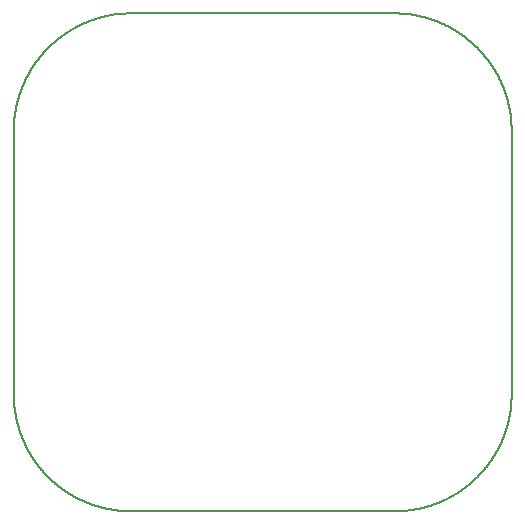
<source format=gm1>
G04 MADE WITH FRITZING*
G04 WWW.FRITZING.ORG*
G04 DOUBLE SIDED*
G04 HOLES PLATED*
G04 CONTOUR ON CENTER OF CONTOUR VECTOR*
%ASAXBY*%
%FSLAX23Y23*%
%MOIN*%
%OFA0B0*%
%SFA1.0B1.0*%
%ADD10C,0.008*%
%LNCONTOUR*%
G90*
G70*
G54D10*
X373Y1661D02*
X374Y1661D01*
X375Y1661D01*
X376Y1661D01*
X377Y1661D01*
X378Y1661D01*
X379Y1661D01*
X380Y1661D01*
X381Y1661D01*
X382Y1661D01*
X383Y1661D01*
X384Y1661D01*
X385Y1661D01*
X386Y1661D01*
X387Y1661D01*
X388Y1661D01*
X389Y1661D01*
X390Y1661D01*
X391Y1661D01*
X392Y1661D01*
X393Y1661D01*
X394Y1661D01*
X395Y1661D01*
X396Y1661D01*
X397Y1661D01*
X398Y1661D01*
X399Y1661D01*
X400Y1661D01*
X401Y1661D01*
X402Y1661D01*
X403Y1661D01*
X404Y1661D01*
X405Y1661D01*
X406Y1661D01*
X407Y1661D01*
X408Y1661D01*
X409Y1661D01*
X410Y1661D01*
X411Y1661D01*
X412Y1661D01*
X413Y1661D01*
X414Y1661D01*
X415Y1661D01*
X416Y1661D01*
X417Y1661D01*
X418Y1661D01*
X419Y1661D01*
X420Y1661D01*
X421Y1661D01*
X422Y1661D01*
X423Y1661D01*
X424Y1661D01*
X425Y1661D01*
X426Y1661D01*
X427Y1661D01*
X428Y1661D01*
X429Y1661D01*
X430Y1661D01*
X431Y1661D01*
X432Y1661D01*
X433Y1661D01*
X434Y1661D01*
X435Y1661D01*
X436Y1661D01*
X437Y1661D01*
X438Y1661D01*
X439Y1661D01*
X440Y1661D01*
X441Y1661D01*
X442Y1661D01*
X443Y1661D01*
X444Y1661D01*
X445Y1661D01*
X446Y1661D01*
X447Y1661D01*
X448Y1661D01*
X449Y1661D01*
X450Y1661D01*
X451Y1661D01*
X452Y1661D01*
X453Y1661D01*
X454Y1661D01*
X455Y1661D01*
X456Y1661D01*
X457Y1661D01*
X458Y1661D01*
X459Y1661D01*
X460Y1661D01*
X461Y1661D01*
X462Y1661D01*
X463Y1661D01*
X464Y1661D01*
X465Y1661D01*
X466Y1661D01*
X467Y1661D01*
X468Y1661D01*
X469Y1661D01*
X470Y1661D01*
X471Y1661D01*
X472Y1661D01*
X473Y1661D01*
X474Y1661D01*
X475Y1661D01*
X476Y1661D01*
X477Y1661D01*
X478Y1661D01*
X479Y1661D01*
X480Y1661D01*
X481Y1661D01*
X482Y1661D01*
X483Y1661D01*
X484Y1661D01*
X485Y1661D01*
X486Y1661D01*
X487Y1661D01*
X488Y1661D01*
X489Y1661D01*
X490Y1661D01*
X491Y1661D01*
X492Y1661D01*
X493Y1661D01*
X494Y1661D01*
X495Y1661D01*
X496Y1661D01*
X497Y1661D01*
X498Y1661D01*
X499Y1661D01*
X500Y1661D01*
X501Y1661D01*
X502Y1661D01*
X503Y1661D01*
X504Y1661D01*
X505Y1661D01*
X506Y1661D01*
X507Y1661D01*
X508Y1661D01*
X509Y1661D01*
X510Y1661D01*
X511Y1661D01*
X512Y1661D01*
X513Y1661D01*
X514Y1661D01*
X515Y1661D01*
X516Y1661D01*
X517Y1661D01*
X518Y1661D01*
X519Y1661D01*
X520Y1661D01*
X521Y1661D01*
X522Y1661D01*
X523Y1661D01*
X524Y1661D01*
X525Y1661D01*
X526Y1661D01*
X527Y1661D01*
X528Y1661D01*
X529Y1661D01*
X530Y1661D01*
X531Y1661D01*
X532Y1661D01*
X533Y1661D01*
X534Y1661D01*
X535Y1661D01*
X536Y1661D01*
X537Y1661D01*
X538Y1661D01*
X539Y1661D01*
X540Y1661D01*
X541Y1661D01*
X542Y1661D01*
X543Y1661D01*
X544Y1661D01*
X545Y1661D01*
X546Y1661D01*
X547Y1661D01*
X548Y1661D01*
X549Y1661D01*
X550Y1661D01*
X551Y1661D01*
X552Y1661D01*
X553Y1661D01*
X554Y1661D01*
X555Y1661D01*
X556Y1661D01*
X557Y1661D01*
X558Y1661D01*
X559Y1661D01*
X560Y1661D01*
X561Y1661D01*
X562Y1661D01*
X563Y1661D01*
X564Y1661D01*
X565Y1661D01*
X566Y1661D01*
X567Y1661D01*
X568Y1661D01*
X569Y1661D01*
X570Y1661D01*
X571Y1661D01*
X572Y1661D01*
X573Y1661D01*
X574Y1661D01*
X575Y1661D01*
X576Y1661D01*
X577Y1661D01*
X578Y1661D01*
X579Y1661D01*
X580Y1661D01*
X581Y1661D01*
X582Y1661D01*
X583Y1661D01*
X584Y1661D01*
X585Y1661D01*
X586Y1661D01*
X587Y1661D01*
X588Y1661D01*
X589Y1661D01*
X590Y1661D01*
X591Y1661D01*
X592Y1661D01*
X593Y1661D01*
X594Y1661D01*
X595Y1661D01*
X596Y1661D01*
X597Y1661D01*
X598Y1661D01*
X599Y1661D01*
X600Y1661D01*
X601Y1661D01*
X602Y1661D01*
X603Y1661D01*
X604Y1661D01*
X605Y1661D01*
X606Y1661D01*
X607Y1661D01*
X608Y1661D01*
X609Y1661D01*
X610Y1661D01*
X611Y1661D01*
X612Y1661D01*
X613Y1661D01*
X614Y1661D01*
X615Y1661D01*
X616Y1661D01*
X617Y1661D01*
X618Y1661D01*
X619Y1661D01*
X620Y1661D01*
X621Y1661D01*
X622Y1661D01*
X623Y1661D01*
X624Y1661D01*
X625Y1661D01*
X626Y1661D01*
X627Y1661D01*
X628Y1661D01*
X629Y1661D01*
X630Y1661D01*
X631Y1661D01*
X632Y1661D01*
X633Y1661D01*
X634Y1661D01*
X635Y1661D01*
X636Y1661D01*
X637Y1661D01*
X638Y1661D01*
X639Y1661D01*
X640Y1661D01*
X641Y1661D01*
X642Y1661D01*
X643Y1661D01*
X644Y1661D01*
X645Y1661D01*
X646Y1661D01*
X647Y1661D01*
X648Y1661D01*
X649Y1661D01*
X650Y1661D01*
X651Y1661D01*
X652Y1661D01*
X653Y1661D01*
X654Y1661D01*
X655Y1661D01*
X656Y1661D01*
X657Y1661D01*
X658Y1661D01*
X659Y1661D01*
X660Y1661D01*
X661Y1661D01*
X662Y1661D01*
X663Y1661D01*
X664Y1661D01*
X665Y1661D01*
X666Y1661D01*
X667Y1661D01*
X668Y1661D01*
X669Y1661D01*
X670Y1661D01*
X671Y1661D01*
X672Y1661D01*
X673Y1661D01*
X674Y1661D01*
X675Y1661D01*
X676Y1661D01*
X677Y1661D01*
X678Y1661D01*
X679Y1661D01*
X680Y1661D01*
X681Y1661D01*
X682Y1661D01*
X683Y1661D01*
X684Y1661D01*
X685Y1661D01*
X686Y1661D01*
X687Y1661D01*
X688Y1661D01*
X689Y1661D01*
X690Y1661D01*
X691Y1661D01*
X692Y1661D01*
X693Y1661D01*
X694Y1661D01*
X695Y1661D01*
X696Y1661D01*
X697Y1661D01*
X698Y1661D01*
X699Y1661D01*
X700Y1661D01*
X701Y1661D01*
X702Y1661D01*
X703Y1661D01*
X704Y1661D01*
X705Y1661D01*
X706Y1661D01*
X707Y1661D01*
X708Y1661D01*
X709Y1661D01*
X710Y1661D01*
X711Y1661D01*
X712Y1661D01*
X713Y1661D01*
X714Y1661D01*
X715Y1661D01*
X716Y1661D01*
X717Y1661D01*
X718Y1661D01*
X719Y1661D01*
X720Y1661D01*
X721Y1661D01*
X722Y1661D01*
X723Y1661D01*
X724Y1661D01*
X725Y1661D01*
X726Y1661D01*
X727Y1661D01*
X728Y1661D01*
X729Y1661D01*
X730Y1661D01*
X731Y1661D01*
X732Y1661D01*
X733Y1661D01*
X734Y1661D01*
X735Y1661D01*
X736Y1661D01*
X737Y1661D01*
X738Y1661D01*
X739Y1661D01*
X740Y1661D01*
X741Y1661D01*
X742Y1661D01*
X743Y1661D01*
X744Y1661D01*
X745Y1661D01*
X746Y1661D01*
X747Y1661D01*
X748Y1661D01*
X749Y1661D01*
X750Y1661D01*
X751Y1661D01*
X752Y1661D01*
X753Y1661D01*
X754Y1661D01*
X755Y1661D01*
X756Y1661D01*
X757Y1661D01*
X758Y1661D01*
X759Y1661D01*
X760Y1661D01*
X761Y1661D01*
X762Y1661D01*
X763Y1661D01*
X764Y1661D01*
X765Y1661D01*
X766Y1661D01*
X767Y1661D01*
X768Y1661D01*
X769Y1661D01*
X770Y1661D01*
X771Y1661D01*
X772Y1661D01*
X773Y1661D01*
X774Y1661D01*
X775Y1661D01*
X776Y1661D01*
X777Y1661D01*
X778Y1661D01*
X779Y1661D01*
X780Y1661D01*
X781Y1661D01*
X782Y1661D01*
X783Y1661D01*
X784Y1661D01*
X785Y1661D01*
X786Y1661D01*
X787Y1661D01*
X788Y1661D01*
X789Y1661D01*
X790Y1661D01*
X791Y1661D01*
X792Y1661D01*
X793Y1661D01*
X794Y1661D01*
X795Y1661D01*
X796Y1661D01*
X797Y1661D01*
X798Y1661D01*
X799Y1661D01*
X800Y1661D01*
X801Y1661D01*
X802Y1661D01*
X803Y1661D01*
X804Y1661D01*
X805Y1661D01*
X806Y1661D01*
X807Y1661D01*
X808Y1661D01*
X809Y1661D01*
X810Y1661D01*
X811Y1661D01*
X812Y1661D01*
X813Y1661D01*
X814Y1661D01*
X815Y1661D01*
X816Y1661D01*
X817Y1661D01*
X818Y1661D01*
X819Y1661D01*
X820Y1661D01*
X821Y1661D01*
X822Y1661D01*
X823Y1661D01*
X824Y1661D01*
X825Y1661D01*
X826Y1661D01*
X827Y1661D01*
X828Y1661D01*
X829Y1661D01*
X830Y1661D01*
X831Y1661D01*
X832Y1661D01*
X833Y1661D01*
X834Y1661D01*
X835Y1661D01*
X836Y1661D01*
X837Y1661D01*
X838Y1661D01*
X839Y1661D01*
X840Y1661D01*
X841Y1661D01*
X842Y1661D01*
X843Y1661D01*
X844Y1661D01*
X845Y1661D01*
X846Y1661D01*
X847Y1661D01*
X848Y1661D01*
X849Y1661D01*
X850Y1661D01*
X851Y1661D01*
X852Y1661D01*
X853Y1661D01*
X854Y1661D01*
X855Y1661D01*
X856Y1661D01*
X857Y1661D01*
X858Y1661D01*
X859Y1661D01*
X860Y1661D01*
X861Y1661D01*
X862Y1661D01*
X863Y1661D01*
X864Y1661D01*
X865Y1661D01*
X866Y1661D01*
X867Y1661D01*
X868Y1661D01*
X869Y1661D01*
X870Y1661D01*
X871Y1661D01*
X872Y1661D01*
X873Y1661D01*
X874Y1661D01*
X875Y1661D01*
X876Y1661D01*
X877Y1661D01*
X878Y1661D01*
X879Y1661D01*
X880Y1661D01*
X881Y1661D01*
X882Y1661D01*
X883Y1661D01*
X884Y1661D01*
X885Y1661D01*
X886Y1661D01*
X887Y1661D01*
X888Y1661D01*
X889Y1661D01*
X890Y1661D01*
X891Y1661D01*
X892Y1661D01*
X893Y1661D01*
X894Y1661D01*
X895Y1661D01*
X896Y1661D01*
X897Y1661D01*
X898Y1661D01*
X899Y1661D01*
X900Y1661D01*
X901Y1661D01*
X902Y1661D01*
X903Y1661D01*
X904Y1661D01*
X905Y1661D01*
X906Y1661D01*
X907Y1661D01*
X908Y1661D01*
X909Y1661D01*
X910Y1661D01*
X911Y1661D01*
X912Y1661D01*
X913Y1661D01*
X914Y1661D01*
X915Y1661D01*
X916Y1661D01*
X917Y1661D01*
X918Y1661D01*
X919Y1661D01*
X920Y1661D01*
X921Y1661D01*
X922Y1661D01*
X923Y1661D01*
X924Y1661D01*
X925Y1661D01*
X926Y1661D01*
X927Y1661D01*
X928Y1661D01*
X929Y1661D01*
X930Y1661D01*
X931Y1661D01*
X932Y1661D01*
X933Y1661D01*
X934Y1661D01*
X935Y1661D01*
X936Y1661D01*
X937Y1661D01*
X938Y1661D01*
X939Y1661D01*
X940Y1661D01*
X941Y1661D01*
X942Y1661D01*
X943Y1661D01*
X944Y1661D01*
X945Y1661D01*
X946Y1661D01*
X947Y1661D01*
X948Y1661D01*
X949Y1661D01*
X950Y1661D01*
X951Y1661D01*
X952Y1661D01*
X953Y1661D01*
X954Y1661D01*
X955Y1661D01*
X956Y1661D01*
X957Y1661D01*
X958Y1661D01*
X959Y1661D01*
X960Y1661D01*
X961Y1661D01*
X962Y1661D01*
X963Y1661D01*
X964Y1661D01*
X965Y1661D01*
X966Y1661D01*
X967Y1661D01*
X968Y1661D01*
X969Y1661D01*
X970Y1661D01*
X971Y1661D01*
X972Y1661D01*
X973Y1661D01*
X974Y1661D01*
X975Y1661D01*
X976Y1661D01*
X977Y1661D01*
X978Y1661D01*
X979Y1661D01*
X980Y1661D01*
X981Y1661D01*
X982Y1661D01*
X983Y1661D01*
X984Y1661D01*
X985Y1661D01*
X986Y1661D01*
X987Y1661D01*
X988Y1661D01*
X989Y1661D01*
X990Y1661D01*
X991Y1661D01*
X992Y1661D01*
X993Y1661D01*
X994Y1661D01*
X995Y1661D01*
X996Y1661D01*
X997Y1661D01*
X998Y1661D01*
X999Y1661D01*
X1000Y1661D01*
X1001Y1661D01*
X1002Y1661D01*
X1003Y1661D01*
X1004Y1661D01*
X1005Y1661D01*
X1006Y1661D01*
X1007Y1661D01*
X1008Y1661D01*
X1009Y1661D01*
X1010Y1661D01*
X1011Y1661D01*
X1012Y1661D01*
X1013Y1661D01*
X1014Y1661D01*
X1015Y1661D01*
X1016Y1661D01*
X1017Y1661D01*
X1018Y1661D01*
X1019Y1661D01*
X1020Y1661D01*
X1021Y1661D01*
X1022Y1661D01*
X1023Y1661D01*
X1024Y1661D01*
X1025Y1661D01*
X1026Y1661D01*
X1027Y1661D01*
X1028Y1661D01*
X1029Y1661D01*
X1030Y1661D01*
X1031Y1661D01*
X1032Y1661D01*
X1033Y1661D01*
X1034Y1661D01*
X1035Y1661D01*
X1036Y1661D01*
X1037Y1661D01*
X1038Y1661D01*
X1039Y1661D01*
X1040Y1661D01*
X1041Y1661D01*
X1042Y1661D01*
X1043Y1661D01*
X1044Y1661D01*
X1045Y1661D01*
X1046Y1661D01*
X1047Y1661D01*
X1048Y1661D01*
X1049Y1661D01*
X1050Y1661D01*
X1051Y1661D01*
X1052Y1661D01*
X1053Y1661D01*
X1054Y1661D01*
X1055Y1661D01*
X1056Y1661D01*
X1057Y1661D01*
X1058Y1661D01*
X1059Y1661D01*
X1060Y1661D01*
X1061Y1661D01*
X1062Y1661D01*
X1063Y1661D01*
X1064Y1661D01*
X1065Y1661D01*
X1066Y1661D01*
X1067Y1661D01*
X1068Y1661D01*
X1069Y1661D01*
X1070Y1661D01*
X1071Y1661D01*
X1072Y1661D01*
X1073Y1661D01*
X1074Y1661D01*
X1075Y1661D01*
X1076Y1661D01*
X1077Y1661D01*
X1078Y1661D01*
X1079Y1661D01*
X1080Y1661D01*
X1081Y1661D01*
X1082Y1661D01*
X1083Y1661D01*
X1084Y1661D01*
X1085Y1661D01*
X1086Y1661D01*
X1087Y1661D01*
X1088Y1661D01*
X1089Y1661D01*
X1090Y1661D01*
X1091Y1661D01*
X1092Y1661D01*
X1093Y1661D01*
X1094Y1661D01*
X1095Y1661D01*
X1096Y1661D01*
X1097Y1661D01*
X1098Y1661D01*
X1099Y1661D01*
X1100Y1661D01*
X1101Y1661D01*
X1102Y1661D01*
X1103Y1661D01*
X1104Y1661D01*
X1105Y1661D01*
X1106Y1661D01*
X1107Y1661D01*
X1108Y1661D01*
X1109Y1661D01*
X1110Y1661D01*
X1111Y1661D01*
X1112Y1661D01*
X1113Y1661D01*
X1114Y1661D01*
X1115Y1661D01*
X1116Y1661D01*
X1117Y1661D01*
X1118Y1661D01*
X1119Y1661D01*
X1120Y1661D01*
X1121Y1661D01*
X1122Y1661D01*
X1123Y1661D01*
X1124Y1661D01*
X1125Y1661D01*
X1126Y1661D01*
X1127Y1661D01*
X1128Y1661D01*
X1129Y1661D01*
X1130Y1661D01*
X1131Y1661D01*
X1132Y1661D01*
X1133Y1661D01*
X1134Y1661D01*
X1135Y1661D01*
X1136Y1661D01*
X1137Y1661D01*
X1138Y1661D01*
X1139Y1661D01*
X1140Y1661D01*
X1141Y1661D01*
X1142Y1661D01*
X1143Y1661D01*
X1144Y1661D01*
X1145Y1661D01*
X1146Y1661D01*
X1147Y1661D01*
X1148Y1661D01*
X1149Y1661D01*
X1150Y1661D01*
X1151Y1661D01*
X1152Y1661D01*
X1153Y1661D01*
X1154Y1661D01*
X1155Y1661D01*
X1156Y1661D01*
X1157Y1661D01*
X1158Y1661D01*
X1159Y1661D01*
X1160Y1661D01*
X1161Y1661D01*
X1162Y1661D01*
X1163Y1661D01*
X1164Y1661D01*
X1165Y1661D01*
X1166Y1661D01*
X1167Y1661D01*
X1168Y1661D01*
X1169Y1661D01*
X1170Y1661D01*
X1171Y1661D01*
X1172Y1661D01*
X1173Y1661D01*
X1174Y1661D01*
X1175Y1661D01*
X1176Y1661D01*
X1177Y1661D01*
X1178Y1661D01*
X1179Y1661D01*
X1180Y1661D01*
X1181Y1661D01*
X1182Y1661D01*
X1183Y1661D01*
X1184Y1661D01*
X1185Y1661D01*
X1186Y1661D01*
X1187Y1661D01*
X1188Y1661D01*
X1189Y1661D01*
X1190Y1661D01*
X1191Y1661D01*
X1192Y1661D01*
X1193Y1661D01*
X1194Y1661D01*
X1195Y1661D01*
X1196Y1661D01*
X1197Y1661D01*
X1198Y1661D01*
X1199Y1661D01*
X1200Y1661D01*
X1201Y1661D01*
X1202Y1661D01*
X1203Y1661D01*
X1204Y1661D01*
X1205Y1661D01*
X1206Y1661D01*
X1207Y1661D01*
X1208Y1661D01*
X1209Y1661D01*
X1210Y1661D01*
X1211Y1661D01*
X1212Y1661D01*
X1213Y1661D01*
X1214Y1661D01*
X1215Y1661D01*
X1216Y1661D01*
X1217Y1661D01*
X1218Y1661D01*
X1219Y1661D01*
X1220Y1661D01*
X1221Y1661D01*
X1222Y1661D01*
X1223Y1661D01*
X1224Y1661D01*
X1225Y1661D01*
X1226Y1661D01*
X1227Y1661D01*
X1228Y1661D01*
X1229Y1661D01*
X1230Y1661D01*
X1231Y1661D01*
X1232Y1661D01*
X1233Y1661D01*
X1234Y1661D01*
X1235Y1661D01*
X1236Y1661D01*
X1237Y1661D01*
X1238Y1661D01*
X1239Y1661D01*
X1240Y1661D01*
X1241Y1661D01*
X1242Y1661D01*
X1243Y1661D01*
X1244Y1661D01*
X1245Y1661D01*
X1246Y1661D01*
X1247Y1661D01*
X1248Y1661D01*
X1249Y1661D01*
X1250Y1661D01*
X1251Y1661D01*
X1252Y1661D01*
X1253Y1661D01*
X1254Y1661D01*
X1255Y1661D01*
X1256Y1661D01*
X1257Y1661D01*
X1258Y1661D01*
X1259Y1661D01*
X1260Y1661D01*
X1261Y1661D01*
X1262Y1661D01*
X1263Y1661D01*
X1264Y1661D01*
X1265Y1661D01*
X1266Y1661D01*
X1267Y1661D01*
X1268Y1661D01*
X1269Y1661D01*
X1270Y1661D01*
X1271Y1661D01*
X1272Y1661D01*
X1273Y1661D01*
X1274Y1661D01*
X1275Y1661D01*
X1276Y1661D01*
X1277Y1661D01*
X1278Y1661D01*
X1279Y1661D01*
X1280Y1661D01*
X1281Y1661D01*
X1282Y1661D01*
X1283Y1661D01*
X1284Y1661D01*
X1285Y1661D01*
X1286Y1661D01*
X1287Y1661D01*
X1288Y1660D01*
X1289Y1660D01*
X1290Y1660D01*
X1291Y1660D01*
X1292Y1660D01*
X1293Y1660D01*
X1294Y1660D01*
X1295Y1660D01*
X1296Y1660D01*
X1297Y1660D01*
X1298Y1660D01*
X1299Y1660D01*
X1300Y1660D01*
X1301Y1660D01*
X1302Y1660D01*
X1303Y1659D01*
X1304Y1659D01*
X1305Y1659D01*
X1306Y1659D01*
X1307Y1659D01*
X1308Y1659D01*
X1309Y1659D01*
X1310Y1659D01*
X1311Y1659D01*
X1312Y1659D01*
X1313Y1658D01*
X1314Y1658D01*
X1315Y1658D01*
X1316Y1658D01*
X1317Y1658D01*
X1318Y1658D01*
X1319Y1658D01*
X1320Y1658D01*
X1321Y1657D01*
X1322Y1657D01*
X1323Y1657D01*
X1324Y1657D01*
X1325Y1657D01*
X1326Y1657D01*
X1327Y1657D01*
X1328Y1656D01*
X1329Y1656D01*
X1330Y1656D01*
X1331Y1656D01*
X1332Y1656D01*
X1333Y1656D01*
X1334Y1655D01*
X1335Y1655D01*
X1336Y1655D01*
X1337Y1655D01*
X1338Y1655D01*
X1339Y1655D01*
X1340Y1654D01*
X1341Y1654D01*
X1342Y1654D01*
X1343Y1654D01*
X1344Y1654D01*
X1345Y1653D01*
X1346Y1653D01*
X1347Y1653D01*
X1348Y1653D01*
X1349Y1653D01*
X1350Y1652D01*
X1351Y1652D01*
X1352Y1652D01*
X1353Y1652D01*
X1354Y1651D01*
X1355Y1651D01*
X1356Y1651D01*
X1357Y1651D01*
X1358Y1651D01*
X1359Y1650D01*
X1360Y1650D01*
X1361Y1650D01*
X1362Y1650D01*
X1363Y1649D01*
X1364Y1649D01*
X1365Y1649D01*
X1366Y1649D01*
X1367Y1648D01*
X1368Y1648D01*
X1369Y1648D01*
X1370Y1648D01*
X1371Y1647D01*
X1372Y1647D01*
X1373Y1647D01*
X1374Y1646D01*
X1375Y1646D01*
X1376Y1646D01*
X1377Y1646D01*
X1378Y1645D01*
X1379Y1645D01*
X1380Y1645D01*
X1381Y1644D01*
X1382Y1644D01*
X1383Y1644D01*
X1384Y1644D01*
X1385Y1643D01*
X1386Y1643D01*
X1387Y1643D01*
X1388Y1642D01*
X1389Y1642D01*
X1390Y1642D01*
X1391Y1641D01*
X1392Y1641D01*
X1393Y1640D01*
X1394Y1640D01*
X1395Y1640D01*
X1396Y1639D01*
X1397Y1639D01*
X1398Y1639D01*
X1399Y1638D01*
X1400Y1638D01*
X1401Y1638D01*
X1402Y1637D01*
X1403Y1637D01*
X1404Y1637D01*
X1405Y1636D01*
X1406Y1636D01*
X1407Y1636D01*
X1408Y1635D01*
X1409Y1635D01*
X1410Y1634D01*
X1411Y1634D01*
X1412Y1634D01*
X1413Y1633D01*
X1414Y1633D01*
X1415Y1632D01*
X1416Y1632D01*
X1417Y1632D01*
X1418Y1631D01*
X1419Y1631D01*
X1420Y1630D01*
X1421Y1630D01*
X1422Y1630D01*
X1423Y1629D01*
X1424Y1629D01*
X1425Y1628D01*
X1426Y1628D01*
X1427Y1627D01*
X1428Y1627D01*
X1429Y1626D01*
X1430Y1626D01*
X1431Y1625D01*
X1432Y1625D01*
X1433Y1625D01*
X1434Y1624D01*
X1435Y1624D01*
X1436Y1623D01*
X1437Y1623D01*
X1438Y1622D01*
X1439Y1622D01*
X1440Y1621D01*
X1441Y1621D01*
X1442Y1620D01*
X1443Y1620D01*
X1444Y1619D01*
X1445Y1619D01*
X1446Y1618D01*
X1447Y1618D01*
X1448Y1617D01*
X1449Y1617D01*
X1450Y1616D01*
X1451Y1616D01*
X1452Y1615D01*
X1453Y1615D01*
X1454Y1614D01*
X1455Y1614D01*
X1456Y1613D01*
X1457Y1612D01*
X1458Y1612D01*
X1459Y1611D01*
X1460Y1611D01*
X1461Y1610D01*
X1462Y1610D01*
X1463Y1609D01*
X1464Y1608D01*
X1465Y1608D01*
X1466Y1607D01*
X1467Y1607D01*
X1468Y1606D01*
X1469Y1606D01*
X1470Y1605D01*
X1471Y1604D01*
X1472Y1604D01*
X1473Y1603D01*
X1474Y1603D01*
X1475Y1602D01*
X1476Y1601D01*
X1477Y1601D01*
X1478Y1600D01*
X1479Y1599D01*
X1480Y1599D01*
X1481Y1598D01*
X1482Y1597D01*
X1483Y1597D01*
X1484Y1596D01*
X1485Y1596D01*
X1486Y1595D01*
X1487Y1594D01*
X1488Y1594D01*
X1489Y1593D01*
X1490Y1592D01*
X1491Y1591D01*
X1492Y1591D01*
X1493Y1590D01*
X1494Y1589D01*
X1495Y1589D01*
X1496Y1588D01*
X1497Y1587D01*
X1498Y1586D01*
X1499Y1586D01*
X1500Y1585D01*
X1501Y1584D01*
X1502Y1584D01*
X1503Y1583D01*
X1504Y1582D01*
X1505Y1581D01*
X1506Y1581D01*
X1507Y1580D01*
X1508Y1579D01*
X1509Y1578D01*
X1510Y1577D01*
X1511Y1577D01*
X1512Y1576D01*
X1513Y1575D01*
X1514Y1574D01*
X1515Y1573D01*
X1516Y1573D01*
X1517Y1572D01*
X1518Y1571D01*
X1519Y1570D01*
X1520Y1569D01*
X1521Y1569D01*
X1522Y1568D01*
X1523Y1567D01*
X1524Y1566D01*
X1525Y1565D01*
X1526Y1564D01*
X1527Y1563D01*
X1528Y1562D01*
X1529Y1562D01*
X1530Y1561D01*
X1531Y1560D01*
X1532Y1559D01*
X1533Y1558D01*
X1534Y1557D01*
X1535Y1556D01*
X1536Y1555D01*
X1537Y1554D01*
X1538Y1553D01*
X1539Y1552D01*
X1540Y1551D01*
X1541Y1550D01*
X1542Y1549D01*
X1543Y1548D01*
X1544Y1548D01*
X1545Y1547D01*
X1546Y1546D01*
X1547Y1545D01*
X1547Y1544D01*
X1548Y1543D01*
X1549Y1542D01*
X1550Y1541D01*
X1551Y1540D01*
X1552Y1539D01*
X1553Y1538D01*
X1554Y1537D01*
X1555Y1536D01*
X1556Y1535D01*
X1557Y1534D01*
X1558Y1533D01*
X1559Y1532D01*
X1560Y1531D01*
X1561Y1530D01*
X1561Y1529D01*
X1562Y1528D01*
X1563Y1527D01*
X1564Y1526D01*
X1565Y1525D01*
X1566Y1524D01*
X1567Y1523D01*
X1568Y1522D01*
X1568Y1521D01*
X1569Y1520D01*
X1570Y1519D01*
X1571Y1518D01*
X1572Y1517D01*
X1572Y1516D01*
X1573Y1515D01*
X1574Y1514D01*
X1575Y1513D01*
X1576Y1512D01*
X1576Y1511D01*
X1577Y1510D01*
X1578Y1509D01*
X1579Y1508D01*
X1580Y1507D01*
X1580Y1506D01*
X1581Y1505D01*
X1582Y1504D01*
X1583Y1503D01*
X1583Y1502D01*
X1584Y1501D01*
X1585Y1500D01*
X1585Y1499D01*
X1586Y1498D01*
X1587Y1497D01*
X1588Y1496D01*
X1588Y1495D01*
X1589Y1494D01*
X1590Y1493D01*
X1590Y1492D01*
X1591Y1491D01*
X1592Y1490D01*
X1593Y1489D01*
X1593Y1488D01*
X1594Y1487D01*
X1595Y1486D01*
X1595Y1485D01*
X1596Y1484D01*
X1596Y1483D01*
X1597Y1482D01*
X1598Y1481D01*
X1598Y1480D01*
X1599Y1479D01*
X1600Y1478D01*
X1600Y1477D01*
X1601Y1476D01*
X1602Y1475D01*
X1602Y1474D01*
X1603Y1473D01*
X1603Y1472D01*
X1604Y1471D01*
X1605Y1470D01*
X1605Y1469D01*
X1606Y1468D01*
X1606Y1467D01*
X1607Y1466D01*
X1607Y1465D01*
X1608Y1464D01*
X1609Y1463D01*
X1609Y1462D01*
X1610Y1461D01*
X1610Y1460D01*
X1611Y1459D01*
X1611Y1458D01*
X1612Y1457D01*
X1613Y1456D01*
X1613Y1455D01*
X1614Y1454D01*
X1614Y1453D01*
X1615Y1452D01*
X1615Y1451D01*
X1616Y1450D01*
X1616Y1449D01*
X1617Y1448D01*
X1617Y1447D01*
X1618Y1446D01*
X1618Y1445D01*
X1619Y1444D01*
X1619Y1443D01*
X1620Y1442D01*
X1620Y1441D01*
X1621Y1440D01*
X1621Y1439D01*
X1622Y1438D01*
X1622Y1437D01*
X1623Y1436D01*
X1623Y1435D01*
X1624Y1434D01*
X1624Y1432D01*
X1625Y1431D01*
X1625Y1430D01*
X1626Y1429D01*
X1626Y1428D01*
X1627Y1427D01*
X1627Y1426D01*
X1628Y1425D01*
X1628Y1424D01*
X1629Y1423D01*
X1629Y1421D01*
X1630Y1420D01*
X1630Y1419D01*
X1631Y1418D01*
X1631Y1416D01*
X1632Y1415D01*
X1632Y1414D01*
X1633Y1413D01*
X1633Y1411D01*
X1634Y1410D01*
X1634Y1409D01*
X1635Y1408D01*
X1635Y1406D01*
X1636Y1405D01*
X1636Y1403D01*
X1637Y1402D01*
X1637Y1400D01*
X1638Y1399D01*
X1638Y1397D01*
X1639Y1396D01*
X1639Y1394D01*
X1640Y1393D01*
X1640Y1392D01*
X1641Y1391D01*
X1641Y1389D01*
X1642Y1388D01*
X1642Y1386D01*
X1643Y1385D01*
X1643Y1382D01*
X1644Y1381D01*
X1644Y1379D01*
X1645Y1378D01*
X1645Y1375D01*
X1646Y1374D01*
X1646Y1372D01*
X1647Y1371D01*
X1647Y1368D01*
X1648Y1367D01*
X1648Y1364D01*
X1649Y1363D01*
X1649Y1360D01*
X1650Y1359D01*
X1650Y1355D01*
X1651Y1354D01*
X1651Y1351D01*
X1652Y1350D01*
X1652Y1346D01*
X1653Y1345D01*
X1653Y1341D01*
X1654Y1340D01*
X1654Y1335D01*
X1655Y1334D01*
X1655Y1329D01*
X1656Y1328D01*
X1656Y1322D01*
X1657Y1321D01*
X1657Y1314D01*
X1658Y1313D01*
X1658Y1304D01*
X1659Y1303D01*
X1659Y1289D01*
X1660Y1288D01*
X1660Y374D01*
X1659Y373D01*
X1659Y359D01*
X1658Y358D01*
X1658Y349D01*
X1657Y348D01*
X1657Y341D01*
X1656Y340D01*
X1656Y334D01*
X1655Y333D01*
X1655Y328D01*
X1654Y327D01*
X1654Y322D01*
X1653Y321D01*
X1653Y317D01*
X1652Y316D01*
X1652Y312D01*
X1651Y311D01*
X1651Y308D01*
X1650Y307D01*
X1650Y303D01*
X1649Y302D01*
X1649Y299D01*
X1648Y298D01*
X1648Y295D01*
X1647Y294D01*
X1647Y291D01*
X1646Y290D01*
X1646Y288D01*
X1645Y287D01*
X1645Y284D01*
X1644Y283D01*
X1644Y281D01*
X1643Y280D01*
X1643Y277D01*
X1642Y276D01*
X1642Y274D01*
X1641Y273D01*
X1641Y271D01*
X1640Y270D01*
X1640Y269D01*
X1639Y268D01*
X1639Y266D01*
X1638Y265D01*
X1638Y263D01*
X1637Y262D01*
X1637Y260D01*
X1636Y259D01*
X1636Y257D01*
X1635Y256D01*
X1635Y254D01*
X1634Y253D01*
X1634Y252D01*
X1633Y251D01*
X1633Y249D01*
X1632Y248D01*
X1632Y247D01*
X1631Y246D01*
X1631Y244D01*
X1630Y243D01*
X1630Y242D01*
X1629Y241D01*
X1629Y239D01*
X1628Y238D01*
X1628Y237D01*
X1627Y236D01*
X1627Y235D01*
X1626Y234D01*
X1626Y233D01*
X1625Y232D01*
X1625Y231D01*
X1624Y230D01*
X1624Y228D01*
X1623Y227D01*
X1623Y226D01*
X1622Y225D01*
X1622Y224D01*
X1621Y223D01*
X1621Y222D01*
X1620Y221D01*
X1620Y220D01*
X1619Y219D01*
X1619Y218D01*
X1618Y217D01*
X1618Y216D01*
X1617Y215D01*
X1617Y214D01*
X1616Y213D01*
X1616Y212D01*
X1615Y211D01*
X1615Y210D01*
X1614Y209D01*
X1614Y208D01*
X1613Y207D01*
X1613Y206D01*
X1612Y205D01*
X1611Y204D01*
X1611Y203D01*
X1610Y202D01*
X1610Y201D01*
X1609Y200D01*
X1609Y199D01*
X1608Y198D01*
X1607Y197D01*
X1607Y196D01*
X1606Y195D01*
X1606Y194D01*
X1605Y193D01*
X1605Y192D01*
X1604Y191D01*
X1603Y190D01*
X1603Y189D01*
X1602Y188D01*
X1602Y187D01*
X1601Y186D01*
X1600Y185D01*
X1600Y184D01*
X1599Y183D01*
X1598Y182D01*
X1598Y181D01*
X1597Y180D01*
X1596Y179D01*
X1596Y178D01*
X1595Y177D01*
X1595Y176D01*
X1594Y175D01*
X1593Y174D01*
X1593Y173D01*
X1592Y172D01*
X1591Y171D01*
X1590Y170D01*
X1590Y169D01*
X1589Y168D01*
X1588Y167D01*
X1588Y166D01*
X1587Y165D01*
X1586Y164D01*
X1585Y163D01*
X1585Y162D01*
X1584Y161D01*
X1583Y160D01*
X1583Y159D01*
X1582Y158D01*
X1581Y157D01*
X1580Y156D01*
X1580Y155D01*
X1579Y154D01*
X1578Y153D01*
X1577Y152D01*
X1576Y151D01*
X1576Y150D01*
X1575Y149D01*
X1574Y148D01*
X1573Y147D01*
X1572Y146D01*
X1572Y145D01*
X1571Y144D01*
X1570Y143D01*
X1569Y142D01*
X1568Y141D01*
X1568Y140D01*
X1567Y139D01*
X1566Y138D01*
X1565Y137D01*
X1564Y136D01*
X1563Y135D01*
X1562Y134D01*
X1561Y133D01*
X1561Y132D01*
X1560Y131D01*
X1559Y130D01*
X1558Y129D01*
X1557Y128D01*
X1556Y127D01*
X1555Y126D01*
X1554Y125D01*
X1553Y124D01*
X1552Y123D01*
X1551Y122D01*
X1550Y121D01*
X1549Y120D01*
X1548Y119D01*
X1547Y118D01*
X1547Y117D01*
X1546Y116D01*
X1545Y115D01*
X1544Y114D01*
X1543Y114D01*
X1542Y113D01*
X1541Y112D01*
X1540Y111D01*
X1539Y110D01*
X1538Y109D01*
X1537Y108D01*
X1536Y107D01*
X1535Y106D01*
X1534Y105D01*
X1533Y104D01*
X1532Y103D01*
X1531Y102D01*
X1530Y101D01*
X1529Y100D01*
X1528Y100D01*
X1527Y99D01*
X1526Y98D01*
X1525Y97D01*
X1524Y96D01*
X1523Y95D01*
X1522Y94D01*
X1521Y94D01*
X1520Y93D01*
X1519Y92D01*
X1518Y91D01*
X1517Y90D01*
X1516Y89D01*
X1515Y89D01*
X1514Y88D01*
X1513Y87D01*
X1512Y86D01*
X1511Y85D01*
X1510Y85D01*
X1509Y84D01*
X1508Y83D01*
X1507Y82D01*
X1506Y81D01*
X1505Y81D01*
X1504Y80D01*
X1503Y79D01*
X1502Y78D01*
X1501Y78D01*
X1500Y77D01*
X1499Y76D01*
X1498Y76D01*
X1497Y75D01*
X1496Y74D01*
X1495Y73D01*
X1494Y73D01*
X1493Y72D01*
X1492Y71D01*
X1491Y71D01*
X1490Y70D01*
X1489Y69D01*
X1488Y68D01*
X1487Y68D01*
X1486Y67D01*
X1485Y66D01*
X1484Y66D01*
X1483Y65D01*
X1482Y65D01*
X1481Y64D01*
X1480Y63D01*
X1479Y63D01*
X1478Y62D01*
X1477Y61D01*
X1476Y61D01*
X1475Y60D01*
X1474Y59D01*
X1473Y59D01*
X1472Y58D01*
X1471Y58D01*
X1470Y57D01*
X1469Y56D01*
X1468Y56D01*
X1467Y55D01*
X1466Y55D01*
X1465Y54D01*
X1464Y54D01*
X1463Y53D01*
X1462Y52D01*
X1461Y52D01*
X1460Y51D01*
X1459Y51D01*
X1458Y50D01*
X1457Y50D01*
X1456Y49D01*
X1455Y48D01*
X1454Y48D01*
X1453Y47D01*
X1452Y47D01*
X1451Y46D01*
X1450Y46D01*
X1449Y45D01*
X1448Y45D01*
X1447Y44D01*
X1446Y44D01*
X1445Y43D01*
X1444Y43D01*
X1443Y42D01*
X1442Y42D01*
X1441Y41D01*
X1440Y41D01*
X1439Y40D01*
X1438Y40D01*
X1437Y39D01*
X1436Y39D01*
X1435Y38D01*
X1434Y38D01*
X1433Y37D01*
X1432Y37D01*
X1431Y37D01*
X1430Y36D01*
X1429Y36D01*
X1428Y35D01*
X1427Y35D01*
X1426Y34D01*
X1425Y34D01*
X1424Y33D01*
X1423Y33D01*
X1422Y32D01*
X1421Y32D01*
X1420Y32D01*
X1419Y31D01*
X1418Y31D01*
X1417Y30D01*
X1416Y30D01*
X1415Y30D01*
X1414Y29D01*
X1413Y29D01*
X1412Y28D01*
X1411Y28D01*
X1410Y28D01*
X1409Y27D01*
X1408Y27D01*
X1407Y26D01*
X1406Y26D01*
X1405Y26D01*
X1404Y25D01*
X1403Y25D01*
X1402Y25D01*
X1401Y24D01*
X1400Y24D01*
X1399Y24D01*
X1398Y23D01*
X1397Y23D01*
X1396Y23D01*
X1395Y22D01*
X1394Y22D01*
X1393Y22D01*
X1392Y21D01*
X1391Y21D01*
X1390Y20D01*
X1389Y20D01*
X1388Y20D01*
X1387Y19D01*
X1386Y19D01*
X1385Y19D01*
X1384Y18D01*
X1383Y18D01*
X1382Y18D01*
X1381Y18D01*
X1380Y17D01*
X1379Y17D01*
X1378Y17D01*
X1377Y16D01*
X1376Y16D01*
X1375Y16D01*
X1374Y16D01*
X1373Y15D01*
X1372Y15D01*
X1371Y15D01*
X1370Y14D01*
X1369Y14D01*
X1368Y14D01*
X1367Y14D01*
X1366Y13D01*
X1365Y13D01*
X1364Y13D01*
X1363Y13D01*
X1362Y12D01*
X1361Y12D01*
X1360Y12D01*
X1359Y12D01*
X1358Y11D01*
X1357Y11D01*
X1356Y11D01*
X1355Y11D01*
X1354Y11D01*
X1353Y10D01*
X1352Y10D01*
X1351Y10D01*
X1350Y10D01*
X1349Y9D01*
X1348Y9D01*
X1347Y9D01*
X1346Y9D01*
X1345Y9D01*
X1344Y8D01*
X1343Y8D01*
X1342Y8D01*
X1341Y8D01*
X1340Y8D01*
X1339Y7D01*
X1338Y7D01*
X1337Y7D01*
X1336Y7D01*
X1335Y7D01*
X1334Y7D01*
X1333Y6D01*
X1332Y6D01*
X1331Y6D01*
X1330Y6D01*
X1329Y6D01*
X1328Y6D01*
X1327Y5D01*
X1326Y5D01*
X1325Y5D01*
X1324Y5D01*
X1323Y5D01*
X1322Y5D01*
X1321Y5D01*
X1320Y4D01*
X1319Y4D01*
X1318Y4D01*
X1317Y4D01*
X1316Y4D01*
X1315Y4D01*
X1314Y4D01*
X1313Y4D01*
X1312Y3D01*
X1311Y3D01*
X1310Y3D01*
X1309Y3D01*
X1308Y3D01*
X1307Y3D01*
X1306Y3D01*
X1305Y3D01*
X1304Y3D01*
X1303Y3D01*
X1302Y2D01*
X1301Y2D01*
X1300Y2D01*
X1299Y2D01*
X1298Y2D01*
X1297Y2D01*
X1296Y2D01*
X1295Y2D01*
X1294Y2D01*
X1293Y2D01*
X1292Y2D01*
X1291Y2D01*
X1290Y2D01*
X1289Y2D01*
X1288Y2D01*
X1287Y1D01*
X1286Y1D01*
X1285Y1D01*
X1284Y1D01*
X1283Y1D01*
X1282Y1D01*
X1281Y1D01*
X1280Y1D01*
X1279Y1D01*
X1278Y1D01*
X1277Y1D01*
X1276Y1D01*
X1275Y1D01*
X1274Y1D01*
X1273Y1D01*
X1272Y1D01*
X1271Y1D01*
X1270Y1D01*
X1269Y1D01*
X1268Y1D01*
X1267Y1D01*
X1266Y1D01*
X1265Y1D01*
X1264Y1D01*
X1263Y1D01*
X1262Y1D01*
X1261Y1D01*
X1260Y1D01*
X1259Y1D01*
X1258Y1D01*
X1257Y1D01*
X1256Y1D01*
X1255Y1D01*
X1254Y1D01*
X1253Y1D01*
X1252Y1D01*
X1251Y1D01*
X1250Y1D01*
X1249Y1D01*
X1248Y1D01*
X1247Y1D01*
X1246Y1D01*
X1245Y1D01*
X1244Y1D01*
X1243Y1D01*
X1242Y1D01*
X1241Y1D01*
X1240Y1D01*
X1239Y1D01*
X1238Y1D01*
X1237Y1D01*
X1236Y1D01*
X1235Y1D01*
X1234Y1D01*
X1233Y1D01*
X1232Y1D01*
X1231Y1D01*
X1230Y1D01*
X1229Y1D01*
X1228Y1D01*
X1227Y1D01*
X1226Y1D01*
X1225Y1D01*
X1224Y1D01*
X1223Y1D01*
X1222Y1D01*
X1221Y1D01*
X1220Y1D01*
X1219Y1D01*
X1218Y1D01*
X1217Y1D01*
X1216Y1D01*
X1215Y1D01*
X1214Y1D01*
X1213Y1D01*
X1212Y1D01*
X1211Y1D01*
X1210Y1D01*
X1209Y1D01*
X1208Y1D01*
X1207Y1D01*
X1206Y1D01*
X1205Y1D01*
X1204Y1D01*
X1203Y1D01*
X1202Y1D01*
X1201Y1D01*
X1200Y1D01*
X1199Y1D01*
X1198Y1D01*
X1197Y1D01*
X1196Y1D01*
X1195Y1D01*
X1194Y1D01*
X1193Y1D01*
X1192Y1D01*
X1191Y1D01*
X1190Y1D01*
X1189Y1D01*
X1188Y1D01*
X1187Y1D01*
X1186Y1D01*
X1185Y1D01*
X1184Y1D01*
X1183Y1D01*
X1182Y1D01*
X1181Y1D01*
X1180Y1D01*
X1179Y1D01*
X1178Y1D01*
X1177Y1D01*
X1176Y1D01*
X1175Y1D01*
X1174Y1D01*
X1173Y1D01*
X1172Y1D01*
X1171Y1D01*
X1170Y1D01*
X1169Y1D01*
X1168Y1D01*
X1167Y1D01*
X1166Y1D01*
X1165Y1D01*
X1164Y1D01*
X1163Y1D01*
X1162Y1D01*
X1161Y1D01*
X1160Y1D01*
X1159Y1D01*
X1158Y1D01*
X1157Y1D01*
X1156Y1D01*
X1155Y1D01*
X1154Y1D01*
X1153Y1D01*
X1152Y1D01*
X1151Y1D01*
X1150Y1D01*
X1149Y1D01*
X1148Y1D01*
X1147Y1D01*
X1146Y1D01*
X1145Y1D01*
X1144Y1D01*
X1143Y1D01*
X1142Y1D01*
X1141Y1D01*
X1140Y1D01*
X1139Y1D01*
X1138Y1D01*
X1137Y1D01*
X1136Y1D01*
X1135Y1D01*
X1134Y1D01*
X1133Y1D01*
X1132Y1D01*
X1131Y1D01*
X1130Y1D01*
X1129Y1D01*
X1128Y1D01*
X1127Y1D01*
X1126Y1D01*
X1125Y1D01*
X1124Y1D01*
X1123Y1D01*
X1122Y1D01*
X1121Y1D01*
X1120Y1D01*
X1119Y1D01*
X1118Y1D01*
X1117Y1D01*
X1116Y1D01*
X1115Y1D01*
X1114Y1D01*
X1113Y1D01*
X1112Y1D01*
X1111Y1D01*
X1110Y1D01*
X1109Y1D01*
X1108Y1D01*
X1107Y1D01*
X1106Y1D01*
X1105Y1D01*
X1104Y1D01*
X1103Y1D01*
X1102Y1D01*
X1101Y1D01*
X1100Y1D01*
X1099Y1D01*
X1098Y1D01*
X1097Y1D01*
X1096Y1D01*
X1095Y1D01*
X1094Y1D01*
X1093Y1D01*
X1092Y1D01*
X1091Y1D01*
X1090Y1D01*
X1089Y1D01*
X1088Y1D01*
X1087Y1D01*
X1086Y1D01*
X1085Y1D01*
X1084Y1D01*
X1083Y1D01*
X1082Y1D01*
X1081Y1D01*
X1080Y1D01*
X1079Y1D01*
X1078Y1D01*
X1077Y1D01*
X1076Y1D01*
X1075Y1D01*
X1074Y1D01*
X1073Y1D01*
X1072Y1D01*
X1071Y1D01*
X1070Y1D01*
X1069Y1D01*
X1068Y1D01*
X1067Y1D01*
X1066Y1D01*
X1065Y1D01*
X1064Y1D01*
X1063Y1D01*
X1062Y1D01*
X1061Y1D01*
X1060Y1D01*
X1059Y1D01*
X1058Y1D01*
X1057Y1D01*
X1056Y1D01*
X1055Y1D01*
X1054Y1D01*
X1053Y1D01*
X1052Y1D01*
X1051Y1D01*
X1050Y1D01*
X1049Y1D01*
X1048Y1D01*
X1047Y1D01*
X1046Y1D01*
X1045Y1D01*
X1044Y1D01*
X1043Y1D01*
X1042Y1D01*
X1041Y1D01*
X1040Y1D01*
X1039Y1D01*
X1038Y1D01*
X1037Y1D01*
X1036Y1D01*
X1035Y1D01*
X1034Y1D01*
X1033Y1D01*
X1032Y1D01*
X1031Y1D01*
X1030Y1D01*
X1029Y1D01*
X1028Y1D01*
X1027Y1D01*
X1026Y1D01*
X1025Y1D01*
X1024Y1D01*
X1023Y1D01*
X1022Y1D01*
X1021Y1D01*
X1020Y1D01*
X1019Y1D01*
X1018Y1D01*
X1017Y1D01*
X1016Y1D01*
X1015Y1D01*
X1014Y1D01*
X1013Y1D01*
X1012Y1D01*
X1011Y1D01*
X1010Y1D01*
X1009Y1D01*
X1008Y1D01*
X1007Y1D01*
X1006Y1D01*
X1005Y1D01*
X1004Y1D01*
X1003Y1D01*
X1002Y1D01*
X1001Y1D01*
X1000Y1D01*
X999Y1D01*
X998Y1D01*
X997Y1D01*
X996Y1D01*
X995Y1D01*
X994Y1D01*
X993Y1D01*
X992Y1D01*
X991Y1D01*
X990Y1D01*
X989Y1D01*
X988Y1D01*
X987Y1D01*
X986Y1D01*
X985Y1D01*
X984Y1D01*
X983Y1D01*
X982Y1D01*
X981Y1D01*
X980Y1D01*
X979Y1D01*
X978Y1D01*
X977Y1D01*
X976Y1D01*
X975Y1D01*
X974Y1D01*
X973Y1D01*
X972Y1D01*
X971Y1D01*
X970Y1D01*
X969Y1D01*
X968Y1D01*
X967Y1D01*
X966Y1D01*
X965Y1D01*
X964Y1D01*
X963Y1D01*
X962Y1D01*
X961Y1D01*
X960Y1D01*
X959Y1D01*
X958Y1D01*
X957Y1D01*
X956Y1D01*
X955Y1D01*
X954Y1D01*
X953Y1D01*
X952Y1D01*
X951Y1D01*
X950Y1D01*
X949Y1D01*
X948Y1D01*
X947Y1D01*
X946Y1D01*
X945Y1D01*
X944Y1D01*
X943Y1D01*
X942Y1D01*
X941Y1D01*
X940Y1D01*
X939Y1D01*
X938Y1D01*
X937Y1D01*
X936Y1D01*
X935Y1D01*
X934Y1D01*
X933Y1D01*
X932Y1D01*
X931Y1D01*
X930Y1D01*
X929Y1D01*
X928Y1D01*
X927Y1D01*
X926Y1D01*
X925Y1D01*
X924Y1D01*
X923Y1D01*
X922Y1D01*
X921Y1D01*
X920Y1D01*
X919Y1D01*
X918Y1D01*
X917Y1D01*
X916Y1D01*
X915Y1D01*
X914Y1D01*
X913Y1D01*
X912Y1D01*
X911Y1D01*
X910Y1D01*
X909Y1D01*
X908Y1D01*
X907Y1D01*
X906Y1D01*
X905Y1D01*
X904Y1D01*
X903Y1D01*
X902Y1D01*
X901Y1D01*
X900Y1D01*
X899Y1D01*
X898Y1D01*
X897Y1D01*
X896Y1D01*
X895Y1D01*
X894Y1D01*
X893Y1D01*
X892Y1D01*
X891Y1D01*
X890Y1D01*
X889Y1D01*
X888Y1D01*
X887Y1D01*
X886Y1D01*
X885Y1D01*
X884Y1D01*
X883Y1D01*
X882Y1D01*
X881Y1D01*
X880Y1D01*
X879Y1D01*
X878Y1D01*
X877Y1D01*
X876Y1D01*
X875Y1D01*
X874Y1D01*
X873Y1D01*
X872Y1D01*
X871Y1D01*
X870Y1D01*
X869Y1D01*
X868Y1D01*
X867Y1D01*
X866Y1D01*
X865Y1D01*
X864Y1D01*
X863Y1D01*
X862Y1D01*
X861Y1D01*
X860Y1D01*
X859Y1D01*
X858Y1D01*
X857Y1D01*
X856Y1D01*
X855Y1D01*
X854Y1D01*
X853Y1D01*
X852Y1D01*
X851Y1D01*
X850Y1D01*
X849Y1D01*
X848Y1D01*
X847Y1D01*
X846Y1D01*
X845Y1D01*
X844Y1D01*
X843Y1D01*
X842Y1D01*
X841Y1D01*
X840Y1D01*
X839Y1D01*
X838Y1D01*
X837Y1D01*
X836Y1D01*
X835Y1D01*
X834Y1D01*
X833Y1D01*
X832Y1D01*
X831Y1D01*
X830Y1D01*
X829Y1D01*
X828Y1D01*
X827Y1D01*
X826Y1D01*
X825Y1D01*
X824Y1D01*
X823Y1D01*
X822Y1D01*
X821Y1D01*
X820Y1D01*
X819Y1D01*
X818Y1D01*
X817Y1D01*
X816Y1D01*
X815Y1D01*
X814Y1D01*
X813Y1D01*
X812Y1D01*
X811Y1D01*
X810Y1D01*
X809Y1D01*
X808Y1D01*
X807Y1D01*
X806Y1D01*
X805Y1D01*
X804Y1D01*
X803Y1D01*
X802Y1D01*
X801Y1D01*
X800Y1D01*
X799Y1D01*
X798Y1D01*
X797Y1D01*
X796Y1D01*
X795Y1D01*
X794Y1D01*
X793Y1D01*
X792Y1D01*
X791Y1D01*
X790Y1D01*
X789Y1D01*
X788Y1D01*
X787Y1D01*
X786Y1D01*
X785Y1D01*
X784Y1D01*
X783Y1D01*
X782Y1D01*
X781Y1D01*
X780Y1D01*
X779Y1D01*
X778Y1D01*
X777Y1D01*
X776Y1D01*
X775Y1D01*
X774Y1D01*
X773Y1D01*
X772Y1D01*
X771Y1D01*
X770Y1D01*
X769Y1D01*
X768Y1D01*
X767Y1D01*
X766Y1D01*
X765Y1D01*
X764Y1D01*
X763Y1D01*
X762Y1D01*
X761Y1D01*
X760Y1D01*
X759Y1D01*
X758Y1D01*
X757Y1D01*
X756Y1D01*
X755Y1D01*
X754Y1D01*
X753Y1D01*
X752Y1D01*
X751Y1D01*
X750Y1D01*
X749Y1D01*
X748Y1D01*
X747Y1D01*
X746Y1D01*
X745Y1D01*
X744Y1D01*
X743Y1D01*
X742Y1D01*
X741Y1D01*
X740Y1D01*
X739Y1D01*
X738Y1D01*
X737Y1D01*
X736Y1D01*
X735Y1D01*
X734Y1D01*
X733Y1D01*
X732Y1D01*
X731Y1D01*
X730Y1D01*
X729Y1D01*
X728Y1D01*
X727Y1D01*
X726Y1D01*
X725Y1D01*
X724Y1D01*
X723Y1D01*
X722Y1D01*
X721Y1D01*
X720Y1D01*
X719Y1D01*
X718Y1D01*
X717Y1D01*
X716Y1D01*
X715Y1D01*
X714Y1D01*
X713Y1D01*
X712Y1D01*
X711Y1D01*
X710Y1D01*
X709Y1D01*
X708Y1D01*
X707Y1D01*
X706Y1D01*
X705Y1D01*
X704Y1D01*
X703Y1D01*
X702Y1D01*
X701Y1D01*
X700Y1D01*
X699Y1D01*
X698Y1D01*
X697Y1D01*
X696Y1D01*
X695Y1D01*
X694Y1D01*
X693Y1D01*
X692Y1D01*
X691Y1D01*
X690Y1D01*
X689Y1D01*
X688Y1D01*
X687Y1D01*
X686Y1D01*
X685Y1D01*
X684Y1D01*
X683Y1D01*
X682Y1D01*
X681Y1D01*
X680Y1D01*
X679Y1D01*
X678Y1D01*
X677Y1D01*
X676Y1D01*
X675Y1D01*
X674Y1D01*
X673Y1D01*
X672Y1D01*
X671Y1D01*
X670Y1D01*
X669Y1D01*
X668Y1D01*
X667Y1D01*
X666Y1D01*
X665Y1D01*
X664Y1D01*
X663Y1D01*
X662Y1D01*
X661Y1D01*
X660Y1D01*
X659Y1D01*
X658Y1D01*
X657Y1D01*
X656Y1D01*
X655Y1D01*
X654Y1D01*
X653Y1D01*
X652Y1D01*
X651Y1D01*
X650Y1D01*
X649Y1D01*
X648Y1D01*
X647Y1D01*
X646Y1D01*
X645Y1D01*
X644Y1D01*
X643Y1D01*
X642Y1D01*
X641Y1D01*
X640Y1D01*
X639Y1D01*
X638Y1D01*
X637Y1D01*
X636Y1D01*
X635Y1D01*
X634Y1D01*
X633Y1D01*
X632Y1D01*
X631Y1D01*
X630Y1D01*
X629Y1D01*
X628Y1D01*
X627Y1D01*
X626Y1D01*
X625Y1D01*
X624Y1D01*
X623Y1D01*
X622Y1D01*
X621Y1D01*
X620Y1D01*
X619Y1D01*
X618Y1D01*
X617Y1D01*
X616Y1D01*
X615Y1D01*
X614Y1D01*
X613Y1D01*
X612Y1D01*
X611Y1D01*
X610Y1D01*
X609Y1D01*
X608Y1D01*
X607Y1D01*
X606Y1D01*
X605Y1D01*
X604Y1D01*
X603Y1D01*
X602Y1D01*
X601Y1D01*
X600Y1D01*
X599Y1D01*
X598Y1D01*
X597Y1D01*
X596Y1D01*
X595Y1D01*
X594Y1D01*
X593Y1D01*
X592Y1D01*
X591Y1D01*
X590Y1D01*
X589Y1D01*
X588Y1D01*
X587Y1D01*
X586Y1D01*
X585Y1D01*
X584Y1D01*
X583Y1D01*
X582Y1D01*
X581Y1D01*
X580Y1D01*
X579Y1D01*
X578Y1D01*
X577Y1D01*
X576Y1D01*
X575Y1D01*
X574Y1D01*
X573Y1D01*
X572Y1D01*
X571Y1D01*
X570Y1D01*
X569Y1D01*
X568Y1D01*
X567Y1D01*
X566Y1D01*
X565Y1D01*
X564Y1D01*
X563Y1D01*
X562Y1D01*
X561Y1D01*
X560Y1D01*
X559Y1D01*
X558Y1D01*
X557Y1D01*
X556Y1D01*
X555Y1D01*
X554Y1D01*
X553Y1D01*
X552Y1D01*
X551Y1D01*
X550Y1D01*
X549Y1D01*
X548Y1D01*
X547Y1D01*
X546Y1D01*
X545Y1D01*
X544Y1D01*
X543Y1D01*
X542Y1D01*
X541Y1D01*
X540Y1D01*
X539Y1D01*
X538Y1D01*
X537Y1D01*
X536Y1D01*
X535Y1D01*
X534Y1D01*
X533Y1D01*
X532Y1D01*
X531Y1D01*
X530Y1D01*
X529Y1D01*
X528Y1D01*
X527Y1D01*
X526Y1D01*
X525Y1D01*
X524Y1D01*
X523Y1D01*
X522Y1D01*
X521Y1D01*
X520Y1D01*
X519Y1D01*
X518Y1D01*
X517Y1D01*
X516Y1D01*
X515Y1D01*
X514Y1D01*
X513Y1D01*
X512Y1D01*
X511Y1D01*
X510Y1D01*
X509Y1D01*
X508Y1D01*
X507Y1D01*
X506Y1D01*
X505Y1D01*
X504Y1D01*
X503Y1D01*
X502Y1D01*
X501Y1D01*
X500Y1D01*
X499Y1D01*
X498Y1D01*
X497Y1D01*
X496Y1D01*
X495Y1D01*
X494Y1D01*
X493Y1D01*
X492Y1D01*
X491Y1D01*
X490Y1D01*
X489Y1D01*
X488Y1D01*
X487Y1D01*
X486Y1D01*
X485Y1D01*
X484Y1D01*
X483Y1D01*
X482Y1D01*
X481Y1D01*
X480Y1D01*
X479Y1D01*
X478Y1D01*
X477Y1D01*
X476Y1D01*
X475Y1D01*
X474Y1D01*
X473Y1D01*
X472Y1D01*
X471Y1D01*
X470Y1D01*
X469Y1D01*
X468Y1D01*
X467Y1D01*
X466Y1D01*
X465Y1D01*
X464Y1D01*
X463Y1D01*
X462Y1D01*
X461Y1D01*
X460Y1D01*
X459Y1D01*
X458Y1D01*
X457Y1D01*
X456Y1D01*
X455Y1D01*
X454Y1D01*
X453Y1D01*
X452Y1D01*
X451Y1D01*
X450Y1D01*
X449Y1D01*
X448Y1D01*
X447Y1D01*
X446Y1D01*
X445Y1D01*
X444Y1D01*
X443Y1D01*
X442Y1D01*
X441Y1D01*
X440Y1D01*
X439Y1D01*
X438Y1D01*
X437Y1D01*
X436Y1D01*
X435Y1D01*
X434Y1D01*
X433Y1D01*
X432Y1D01*
X431Y1D01*
X430Y1D01*
X429Y1D01*
X428Y1D01*
X427Y1D01*
X426Y1D01*
X425Y1D01*
X424Y1D01*
X423Y1D01*
X422Y1D01*
X421Y1D01*
X420Y1D01*
X419Y1D01*
X418Y1D01*
X417Y1D01*
X416Y1D01*
X415Y1D01*
X414Y1D01*
X413Y1D01*
X412Y1D01*
X411Y1D01*
X410Y1D01*
X409Y1D01*
X408Y1D01*
X407Y1D01*
X406Y1D01*
X405Y1D01*
X404Y1D01*
X403Y1D01*
X402Y1D01*
X401Y1D01*
X400Y1D01*
X399Y1D01*
X398Y1D01*
X397Y1D01*
X396Y1D01*
X395Y1D01*
X394Y1D01*
X393Y1D01*
X392Y1D01*
X391Y1D01*
X390Y1D01*
X389Y1D01*
X388Y1D01*
X387Y1D01*
X386Y1D01*
X385Y1D01*
X384Y1D01*
X383Y1D01*
X382Y1D01*
X381Y1D01*
X380Y1D01*
X379Y1D01*
X378Y1D01*
X377Y1D01*
X376Y1D01*
X375Y1D01*
X374Y1D01*
X373Y1D01*
X372Y2D01*
X371Y2D01*
X370Y2D01*
X369Y2D01*
X368Y2D01*
X367Y2D01*
X366Y2D01*
X365Y2D01*
X364Y2D01*
X363Y2D01*
X362Y2D01*
X361Y2D01*
X360Y2D01*
X359Y2D01*
X358Y2D01*
X357Y3D01*
X356Y3D01*
X355Y3D01*
X354Y3D01*
X353Y3D01*
X352Y3D01*
X351Y3D01*
X350Y3D01*
X349Y3D01*
X348Y3D01*
X347Y4D01*
X346Y4D01*
X345Y4D01*
X344Y4D01*
X343Y4D01*
X342Y4D01*
X341Y4D01*
X340Y4D01*
X339Y5D01*
X338Y5D01*
X337Y5D01*
X336Y5D01*
X335Y5D01*
X334Y5D01*
X333Y5D01*
X332Y6D01*
X331Y6D01*
X330Y6D01*
X329Y6D01*
X328Y6D01*
X327Y6D01*
X326Y7D01*
X325Y7D01*
X324Y7D01*
X323Y7D01*
X322Y7D01*
X321Y7D01*
X320Y8D01*
X319Y8D01*
X318Y8D01*
X317Y8D01*
X316Y8D01*
X315Y9D01*
X314Y9D01*
X313Y9D01*
X312Y9D01*
X311Y9D01*
X310Y10D01*
X309Y10D01*
X308Y10D01*
X307Y10D01*
X306Y11D01*
X305Y11D01*
X304Y11D01*
X303Y11D01*
X302Y11D01*
X301Y12D01*
X300Y12D01*
X299Y12D01*
X298Y12D01*
X297Y13D01*
X296Y13D01*
X295Y13D01*
X294Y13D01*
X293Y14D01*
X292Y14D01*
X291Y14D01*
X290Y14D01*
X289Y15D01*
X288Y15D01*
X287Y15D01*
X286Y16D01*
X285Y16D01*
X284Y16D01*
X283Y16D01*
X282Y17D01*
X281Y17D01*
X280Y17D01*
X279Y18D01*
X278Y18D01*
X277Y18D01*
X276Y18D01*
X275Y19D01*
X274Y19D01*
X273Y19D01*
X272Y20D01*
X271Y20D01*
X270Y20D01*
X269Y21D01*
X268Y21D01*
X267Y22D01*
X266Y22D01*
X265Y22D01*
X264Y23D01*
X263Y23D01*
X262Y23D01*
X261Y24D01*
X260Y24D01*
X259Y24D01*
X258Y25D01*
X257Y25D01*
X256Y25D01*
X255Y26D01*
X254Y26D01*
X253Y26D01*
X252Y27D01*
X251Y27D01*
X250Y28D01*
X249Y28D01*
X248Y28D01*
X247Y29D01*
X246Y29D01*
X245Y30D01*
X244Y30D01*
X243Y30D01*
X242Y31D01*
X241Y31D01*
X240Y32D01*
X239Y32D01*
X238Y32D01*
X237Y33D01*
X236Y33D01*
X235Y34D01*
X234Y34D01*
X233Y35D01*
X232Y35D01*
X231Y36D01*
X230Y36D01*
X229Y37D01*
X228Y37D01*
X227Y37D01*
X226Y38D01*
X225Y38D01*
X224Y39D01*
X223Y39D01*
X222Y40D01*
X221Y40D01*
X220Y41D01*
X219Y41D01*
X218Y42D01*
X217Y42D01*
X216Y43D01*
X215Y43D01*
X214Y44D01*
X213Y44D01*
X212Y45D01*
X211Y45D01*
X210Y46D01*
X209Y46D01*
X208Y47D01*
X207Y47D01*
X206Y48D01*
X205Y48D01*
X204Y49D01*
X203Y50D01*
X202Y50D01*
X201Y51D01*
X200Y51D01*
X199Y52D01*
X198Y52D01*
X197Y53D01*
X196Y54D01*
X195Y54D01*
X194Y55D01*
X193Y55D01*
X192Y56D01*
X191Y56D01*
X190Y57D01*
X189Y58D01*
X188Y58D01*
X187Y59D01*
X186Y59D01*
X185Y60D01*
X184Y61D01*
X183Y61D01*
X182Y62D01*
X181Y63D01*
X180Y63D01*
X179Y64D01*
X178Y65D01*
X177Y65D01*
X176Y66D01*
X175Y66D01*
X174Y67D01*
X173Y68D01*
X172Y68D01*
X171Y69D01*
X170Y70D01*
X169Y71D01*
X168Y71D01*
X167Y72D01*
X166Y73D01*
X165Y73D01*
X164Y74D01*
X163Y75D01*
X162Y76D01*
X161Y76D01*
X160Y77D01*
X159Y78D01*
X158Y78D01*
X157Y79D01*
X156Y80D01*
X155Y81D01*
X154Y81D01*
X153Y82D01*
X152Y83D01*
X151Y84D01*
X150Y85D01*
X149Y85D01*
X148Y86D01*
X147Y87D01*
X146Y88D01*
X145Y89D01*
X144Y89D01*
X143Y90D01*
X142Y91D01*
X141Y92D01*
X140Y93D01*
X139Y93D01*
X138Y94D01*
X137Y95D01*
X136Y96D01*
X135Y97D01*
X134Y98D01*
X133Y99D01*
X132Y100D01*
X131Y100D01*
X130Y101D01*
X129Y102D01*
X128Y103D01*
X127Y104D01*
X126Y105D01*
X125Y106D01*
X124Y107D01*
X123Y108D01*
X122Y109D01*
X121Y110D01*
X120Y111D01*
X119Y112D01*
X118Y113D01*
X117Y114D01*
X116Y114D01*
X115Y115D01*
X114Y116D01*
X113Y117D01*
X113Y118D01*
X112Y119D01*
X111Y120D01*
X110Y121D01*
X109Y122D01*
X108Y123D01*
X107Y124D01*
X106Y125D01*
X105Y126D01*
X104Y127D01*
X103Y128D01*
X102Y129D01*
X101Y130D01*
X100Y131D01*
X99Y132D01*
X99Y133D01*
X98Y134D01*
X97Y135D01*
X96Y136D01*
X95Y137D01*
X94Y138D01*
X93Y139D01*
X92Y140D01*
X92Y141D01*
X91Y142D01*
X90Y143D01*
X89Y144D01*
X88Y145D01*
X88Y146D01*
X87Y147D01*
X86Y148D01*
X85Y149D01*
X84Y150D01*
X84Y151D01*
X83Y152D01*
X82Y153D01*
X81Y154D01*
X80Y155D01*
X80Y156D01*
X79Y157D01*
X78Y158D01*
X77Y159D01*
X77Y160D01*
X76Y161D01*
X75Y162D01*
X75Y163D01*
X74Y164D01*
X73Y165D01*
X72Y166D01*
X72Y167D01*
X71Y168D01*
X70Y169D01*
X70Y170D01*
X69Y171D01*
X68Y172D01*
X67Y173D01*
X67Y174D01*
X66Y175D01*
X65Y176D01*
X65Y177D01*
X64Y178D01*
X64Y179D01*
X63Y180D01*
X62Y181D01*
X62Y182D01*
X61Y183D01*
X60Y184D01*
X60Y185D01*
X59Y186D01*
X58Y187D01*
X58Y188D01*
X57Y189D01*
X57Y190D01*
X56Y191D01*
X55Y192D01*
X55Y193D01*
X54Y194D01*
X54Y195D01*
X53Y196D01*
X53Y197D01*
X52Y198D01*
X51Y199D01*
X51Y200D01*
X50Y201D01*
X50Y202D01*
X49Y203D01*
X49Y204D01*
X48Y205D01*
X47Y206D01*
X47Y207D01*
X46Y208D01*
X46Y209D01*
X45Y210D01*
X45Y211D01*
X44Y212D01*
X44Y213D01*
X43Y214D01*
X43Y215D01*
X42Y216D01*
X42Y217D01*
X41Y218D01*
X41Y219D01*
X40Y220D01*
X40Y221D01*
X39Y222D01*
X39Y223D01*
X38Y224D01*
X38Y225D01*
X37Y226D01*
X37Y227D01*
X36Y228D01*
X36Y230D01*
X35Y231D01*
X35Y232D01*
X34Y233D01*
X34Y234D01*
X33Y235D01*
X33Y236D01*
X32Y237D01*
X32Y238D01*
X31Y239D01*
X31Y241D01*
X30Y242D01*
X30Y243D01*
X29Y244D01*
X29Y246D01*
X28Y247D01*
X28Y248D01*
X27Y249D01*
X27Y251D01*
X26Y252D01*
X26Y253D01*
X25Y254D01*
X25Y256D01*
X24Y257D01*
X24Y259D01*
X23Y260D01*
X23Y262D01*
X22Y263D01*
X22Y265D01*
X21Y266D01*
X21Y268D01*
X20Y269D01*
X20Y270D01*
X19Y271D01*
X19Y273D01*
X18Y274D01*
X18Y276D01*
X17Y277D01*
X17Y280D01*
X16Y281D01*
X16Y283D01*
X15Y284D01*
X15Y287D01*
X14Y288D01*
X14Y290D01*
X13Y291D01*
X13Y294D01*
X12Y295D01*
X12Y298D01*
X11Y299D01*
X11Y302D01*
X10Y303D01*
X10Y307D01*
X9Y308D01*
X9Y311D01*
X8Y312D01*
X8Y316D01*
X7Y317D01*
X7Y321D01*
X6Y322D01*
X6Y327D01*
X5Y328D01*
X5Y333D01*
X4Y334D01*
X4Y340D01*
X3Y341D01*
X3Y348D01*
X2Y349D01*
X2Y358D01*
X1Y359D01*
X1Y373D01*
X0Y374D01*
X0Y1288D01*
X1Y1289D01*
X1Y1303D01*
X2Y1304D01*
X2Y1313D01*
X3Y1314D01*
X3Y1321D01*
X4Y1322D01*
X4Y1328D01*
X5Y1329D01*
X5Y1334D01*
X6Y1335D01*
X6Y1340D01*
X7Y1341D01*
X7Y1345D01*
X8Y1346D01*
X8Y1350D01*
X9Y1351D01*
X9Y1354D01*
X10Y1355D01*
X10Y1359D01*
X11Y1360D01*
X11Y1363D01*
X12Y1364D01*
X12Y1367D01*
X13Y1368D01*
X13Y1371D01*
X14Y1372D01*
X14Y1374D01*
X15Y1375D01*
X15Y1378D01*
X16Y1379D01*
X16Y1381D01*
X17Y1382D01*
X17Y1385D01*
X18Y1386D01*
X18Y1388D01*
X19Y1389D01*
X19Y1391D01*
X20Y1392D01*
X20Y1393D01*
X21Y1394D01*
X21Y1396D01*
X22Y1397D01*
X22Y1399D01*
X23Y1400D01*
X23Y1402D01*
X24Y1403D01*
X24Y1405D01*
X25Y1406D01*
X25Y1408D01*
X26Y1409D01*
X26Y1410D01*
X27Y1411D01*
X27Y1413D01*
X28Y1414D01*
X28Y1415D01*
X29Y1416D01*
X29Y1418D01*
X30Y1419D01*
X30Y1420D01*
X31Y1421D01*
X31Y1423D01*
X32Y1424D01*
X32Y1425D01*
X33Y1426D01*
X33Y1427D01*
X34Y1428D01*
X34Y1429D01*
X35Y1430D01*
X35Y1431D01*
X36Y1432D01*
X36Y1434D01*
X37Y1435D01*
X37Y1436D01*
X38Y1437D01*
X38Y1438D01*
X39Y1439D01*
X39Y1440D01*
X40Y1441D01*
X40Y1442D01*
X41Y1443D01*
X41Y1444D01*
X42Y1445D01*
X42Y1446D01*
X43Y1447D01*
X43Y1448D01*
X44Y1449D01*
X44Y1450D01*
X45Y1451D01*
X45Y1452D01*
X46Y1453D01*
X46Y1454D01*
X47Y1455D01*
X47Y1456D01*
X48Y1457D01*
X49Y1458D01*
X49Y1459D01*
X50Y1460D01*
X50Y1461D01*
X51Y1462D01*
X51Y1463D01*
X52Y1464D01*
X53Y1465D01*
X53Y1466D01*
X54Y1467D01*
X54Y1468D01*
X55Y1469D01*
X55Y1470D01*
X56Y1471D01*
X57Y1472D01*
X57Y1473D01*
X58Y1474D01*
X58Y1475D01*
X59Y1476D01*
X60Y1477D01*
X60Y1478D01*
X61Y1479D01*
X62Y1480D01*
X62Y1481D01*
X63Y1482D01*
X64Y1483D01*
X64Y1484D01*
X65Y1485D01*
X65Y1486D01*
X66Y1487D01*
X67Y1488D01*
X67Y1489D01*
X68Y1490D01*
X69Y1491D01*
X70Y1492D01*
X70Y1493D01*
X71Y1494D01*
X72Y1495D01*
X72Y1496D01*
X73Y1497D01*
X74Y1498D01*
X75Y1499D01*
X75Y1500D01*
X76Y1501D01*
X77Y1502D01*
X77Y1503D01*
X78Y1504D01*
X79Y1505D01*
X80Y1506D01*
X80Y1507D01*
X81Y1508D01*
X82Y1509D01*
X83Y1510D01*
X84Y1511D01*
X84Y1512D01*
X85Y1513D01*
X86Y1514D01*
X87Y1515D01*
X88Y1516D01*
X88Y1517D01*
X89Y1518D01*
X90Y1519D01*
X91Y1520D01*
X92Y1521D01*
X92Y1522D01*
X93Y1523D01*
X94Y1524D01*
X95Y1525D01*
X96Y1526D01*
X97Y1527D01*
X98Y1528D01*
X99Y1529D01*
X99Y1530D01*
X100Y1531D01*
X101Y1532D01*
X102Y1533D01*
X103Y1534D01*
X104Y1535D01*
X105Y1536D01*
X106Y1537D01*
X107Y1538D01*
X108Y1539D01*
X109Y1540D01*
X110Y1541D01*
X111Y1542D01*
X112Y1543D01*
X113Y1544D01*
X113Y1545D01*
X114Y1546D01*
X115Y1547D01*
X116Y1548D01*
X117Y1548D01*
X118Y1549D01*
X119Y1550D01*
X120Y1551D01*
X121Y1552D01*
X122Y1553D01*
X123Y1554D01*
X124Y1555D01*
X125Y1556D01*
X126Y1557D01*
X127Y1558D01*
X128Y1559D01*
X129Y1560D01*
X130Y1561D01*
X131Y1562D01*
X132Y1562D01*
X133Y1563D01*
X134Y1564D01*
X135Y1565D01*
X136Y1566D01*
X137Y1567D01*
X138Y1568D01*
X139Y1569D01*
X140Y1569D01*
X141Y1570D01*
X142Y1571D01*
X143Y1572D01*
X144Y1573D01*
X145Y1573D01*
X146Y1574D01*
X147Y1575D01*
X148Y1576D01*
X149Y1577D01*
X150Y1577D01*
X151Y1578D01*
X152Y1579D01*
X153Y1580D01*
X154Y1581D01*
X155Y1581D01*
X156Y1582D01*
X157Y1583D01*
X158Y1584D01*
X159Y1584D01*
X160Y1585D01*
X161Y1586D01*
X162Y1586D01*
X163Y1587D01*
X164Y1588D01*
X165Y1589D01*
X166Y1589D01*
X167Y1590D01*
X168Y1591D01*
X169Y1591D01*
X170Y1592D01*
X171Y1593D01*
X172Y1594D01*
X173Y1594D01*
X174Y1595D01*
X175Y1596D01*
X176Y1596D01*
X177Y1597D01*
X178Y1597D01*
X179Y1598D01*
X180Y1599D01*
X181Y1599D01*
X182Y1600D01*
X183Y1601D01*
X184Y1601D01*
X185Y1602D01*
X186Y1603D01*
X187Y1603D01*
X188Y1604D01*
X189Y1604D01*
X190Y1605D01*
X191Y1606D01*
X192Y1606D01*
X193Y1607D01*
X194Y1607D01*
X195Y1608D01*
X196Y1608D01*
X197Y1609D01*
X198Y1610D01*
X199Y1610D01*
X200Y1611D01*
X201Y1611D01*
X202Y1612D01*
X203Y1612D01*
X204Y1613D01*
X205Y1614D01*
X206Y1614D01*
X207Y1615D01*
X208Y1615D01*
X209Y1616D01*
X210Y1616D01*
X211Y1617D01*
X212Y1617D01*
X213Y1618D01*
X214Y1618D01*
X215Y1619D01*
X216Y1619D01*
X217Y1620D01*
X218Y1620D01*
X219Y1621D01*
X220Y1621D01*
X221Y1622D01*
X222Y1622D01*
X223Y1623D01*
X224Y1623D01*
X225Y1624D01*
X226Y1624D01*
X227Y1625D01*
X228Y1625D01*
X229Y1625D01*
X230Y1626D01*
X231Y1626D01*
X232Y1627D01*
X233Y1627D01*
X234Y1628D01*
X235Y1628D01*
X236Y1629D01*
X237Y1629D01*
X238Y1630D01*
X239Y1630D01*
X240Y1630D01*
X241Y1631D01*
X242Y1631D01*
X243Y1632D01*
X244Y1632D01*
X245Y1632D01*
X246Y1633D01*
X247Y1633D01*
X248Y1634D01*
X249Y1634D01*
X250Y1634D01*
X251Y1635D01*
X252Y1635D01*
X253Y1636D01*
X254Y1636D01*
X255Y1636D01*
X256Y1637D01*
X257Y1637D01*
X258Y1637D01*
X259Y1638D01*
X260Y1638D01*
X261Y1638D01*
X262Y1639D01*
X263Y1639D01*
X264Y1639D01*
X265Y1640D01*
X266Y1640D01*
X267Y1640D01*
X268Y1641D01*
X269Y1641D01*
X270Y1642D01*
X271Y1642D01*
X272Y1642D01*
X273Y1643D01*
X274Y1643D01*
X275Y1643D01*
X276Y1644D01*
X277Y1644D01*
X278Y1644D01*
X279Y1644D01*
X280Y1645D01*
X281Y1645D01*
X282Y1645D01*
X283Y1646D01*
X284Y1646D01*
X285Y1646D01*
X286Y1646D01*
X287Y1647D01*
X288Y1647D01*
X289Y1647D01*
X290Y1648D01*
X291Y1648D01*
X292Y1648D01*
X293Y1648D01*
X294Y1649D01*
X295Y1649D01*
X296Y1649D01*
X297Y1649D01*
X298Y1650D01*
X299Y1650D01*
X300Y1650D01*
X301Y1650D01*
X302Y1651D01*
X303Y1651D01*
X304Y1651D01*
X305Y1651D01*
X306Y1651D01*
X307Y1652D01*
X308Y1652D01*
X309Y1652D01*
X310Y1652D01*
X311Y1653D01*
X312Y1653D01*
X313Y1653D01*
X314Y1653D01*
X315Y1653D01*
X316Y1654D01*
X317Y1654D01*
X318Y1654D01*
X319Y1654D01*
X320Y1654D01*
X321Y1655D01*
X322Y1655D01*
X323Y1655D01*
X324Y1655D01*
X325Y1655D01*
X326Y1655D01*
X327Y1656D01*
X328Y1656D01*
X329Y1656D01*
X330Y1656D01*
X331Y1656D01*
X332Y1656D01*
X333Y1657D01*
X334Y1657D01*
X335Y1657D01*
X336Y1657D01*
X337Y1657D01*
X338Y1657D01*
X339Y1657D01*
X340Y1658D01*
X341Y1658D01*
X342Y1658D01*
X343Y1658D01*
X344Y1658D01*
X345Y1658D01*
X346Y1658D01*
X347Y1658D01*
X348Y1659D01*
X349Y1659D01*
X350Y1659D01*
X351Y1659D01*
X352Y1659D01*
X353Y1659D01*
X354Y1659D01*
X355Y1659D01*
X356Y1659D01*
X357Y1659D01*
X358Y1660D01*
X359Y1660D01*
X360Y1660D01*
X361Y1660D01*
X362Y1660D01*
X363Y1660D01*
X364Y1660D01*
X365Y1660D01*
X366Y1660D01*
X367Y1660D01*
X368Y1660D01*
X369Y1660D01*
X370Y1660D01*
X371Y1660D01*
X372Y1660D01*
X373Y1661D01*
D02*
G04 End of contour*
M02*
</source>
